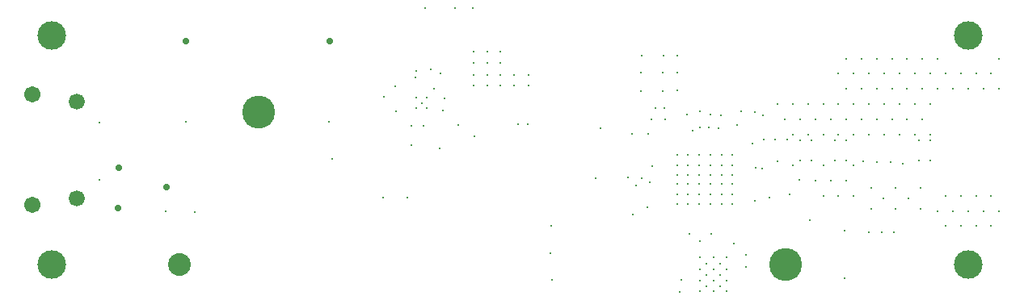
<source format=gbr>
%TF.GenerationSoftware,Altium Limited,Altium Designer,20.0.13 (296)*%
G04 Layer_Color=0*
%FSLAX45Y45*%
%MOMM*%
%TF.FileFunction,Plated,1,4,PTH,Drill*%
%TF.Part,Single*%
G01*
G75*
%TA.AperFunction,ComponentDrill*%
%ADD196C,2.39000*%
%ADD197C,3.45000*%
%ADD198C,1.71000*%
%ADD199C,1.68000*%
%TA.AperFunction,ViaDrill,NotFilled*%
%ADD200C,0.20000*%
%ADD201C,0.30000*%
%ADD202C,0.71120*%
%ADD203C,3.00000*%
D196*
X3337000Y4400000D02*
D03*
D197*
X4170000Y6000000D02*
D03*
X9690000Y4400000D02*
D03*
D198*
X1797500Y5020000D02*
D03*
Y6180000D02*
D03*
D199*
X2264500Y5090000D02*
D03*
Y6110000D02*
D03*
D200*
X6070440Y6404824D02*
D03*
X6000000Y6240000D02*
D03*
X6260000Y5860000D02*
D03*
X5770000Y5650000D02*
D03*
X11919995Y6559997D02*
D03*
X11839995Y6399997D02*
D03*
X11919995Y6239997D02*
D03*
X11839995Y5119998D02*
D03*
X11919995Y4959998D02*
D03*
X11839995Y4799998D02*
D03*
X11679995Y6399997D02*
D03*
X11759995Y6239997D02*
D03*
X11679995Y5119998D02*
D03*
X11759995Y4959998D02*
D03*
X11679995Y4799998D02*
D03*
X11519995Y6399997D02*
D03*
X11599995Y6239997D02*
D03*
X11519995Y5119998D02*
D03*
X11599995Y4959998D02*
D03*
X11519995Y4799998D02*
D03*
X11359995Y6399997D02*
D03*
X11439995Y6239997D02*
D03*
X11359995Y5119998D02*
D03*
X11439995Y4959998D02*
D03*
X11359995Y4799998D02*
D03*
X11279995Y6559997D02*
D03*
X11199995Y6399997D02*
D03*
X11279995Y6239997D02*
D03*
X11199995Y6079997D02*
D03*
Y5759998D02*
D03*
X11279995Y4959998D02*
D03*
X11119995Y6559997D02*
D03*
X11039995Y6399997D02*
D03*
X11119995Y6239997D02*
D03*
X11039995Y6079997D02*
D03*
X11119995Y5919998D02*
D03*
X11039995Y5759998D02*
D03*
X10959995Y6559997D02*
D03*
X10879996Y6399997D02*
D03*
X10959995Y6239997D02*
D03*
X10879996Y6079997D02*
D03*
X10959995Y5919998D02*
D03*
X10879996Y5759998D02*
D03*
X10799995Y6559997D02*
D03*
X10719996Y6399997D02*
D03*
X10799995Y6239997D02*
D03*
X10719996Y6079997D02*
D03*
X10799995Y5919998D02*
D03*
X10719996Y5759998D02*
D03*
X10639995Y6559997D02*
D03*
X10559996Y6399997D02*
D03*
X10639995Y6239997D02*
D03*
X10559996Y6079997D02*
D03*
X10639995Y5919998D02*
D03*
X10559996Y5759998D02*
D03*
X10479996Y6559997D02*
D03*
X10399996Y6399997D02*
D03*
X10479996Y6239997D02*
D03*
X10399996Y6079997D02*
D03*
X10479996Y5919998D02*
D03*
X10399996Y5759998D02*
D03*
Y5439998D02*
D03*
Y5119998D02*
D03*
X10319996Y6559997D02*
D03*
X10239996Y6399997D02*
D03*
X10319996Y6239997D02*
D03*
X10239996Y6079997D02*
D03*
X10319996Y5919998D02*
D03*
X10239996Y5759998D02*
D03*
X10319996Y5279998D02*
D03*
X10239996Y5119998D02*
D03*
X10079996Y6079997D02*
D03*
X10159996Y5919998D02*
D03*
X10079996Y5759998D02*
D03*
Y5439998D02*
D03*
X10159996Y5279998D02*
D03*
X10079996Y5119998D02*
D03*
X9919996Y6079997D02*
D03*
X9999996Y5919998D02*
D03*
X9919996Y5759998D02*
D03*
X9999996Y5279998D02*
D03*
X9759996Y6079997D02*
D03*
X9839996Y5919998D02*
D03*
X9759996Y5759998D02*
D03*
Y5439998D02*
D03*
X9599996Y6079997D02*
D03*
X9679996Y5919998D02*
D03*
X6410000Y7090000D02*
D03*
X5910000D02*
D03*
X6220000D02*
D03*
X3500000Y4950000D02*
D03*
X3190000Y4960000D02*
D03*
X10640000Y5470000D02*
D03*
X9700000Y5710000D02*
D03*
X9600000Y5480000D02*
D03*
X9580000Y5710000D02*
D03*
X9460000D02*
D03*
X10910000Y5460000D02*
D03*
X10790000Y5470000D02*
D03*
X10500000Y5480000D02*
D03*
X11080000Y5490000D02*
D03*
X11200000D02*
D03*
Y5700000D02*
D03*
X11080000D02*
D03*
X10200000Y5490000D02*
D03*
X10320000D02*
D03*
Y5700000D02*
D03*
X10200000D02*
D03*
X9840000D02*
D03*
X9960000D02*
D03*
Y5490000D02*
D03*
X9840000D02*
D03*
X9340000Y5670000D02*
D03*
X9517235Y5103122D02*
D03*
X8680000Y4720000D02*
D03*
X8580000Y4110000D02*
D03*
X8590000Y4240000D02*
D03*
X5970000Y6450000D02*
D03*
X5600000Y6270000D02*
D03*
X5819988Y6429987D02*
D03*
X5809988Y6359987D02*
D03*
X8910000Y4720000D02*
D03*
X8790000Y4640000D02*
D03*
X9450000Y5960000D02*
D03*
X9370000Y5410000D02*
D03*
X9439999Y5402700D02*
D03*
X9366326Y5066326D02*
D03*
X8180000Y6590000D02*
D03*
X8170000Y6220000D02*
D03*
X8550000Y6230000D02*
D03*
Y6410000D02*
D03*
Y6590000D02*
D03*
X8410000D02*
D03*
X8400000Y6220000D02*
D03*
Y6410000D02*
D03*
X9180000Y5860000D02*
D03*
X10300000Y4250000D02*
D03*
Y4750000D02*
D03*
X8980000Y5830000D02*
D03*
X8880000Y5840000D02*
D03*
X8790000D02*
D03*
X8423000Y5924000D02*
D03*
X8280000Y5920000D02*
D03*
X5770000Y5850000D02*
D03*
X5470000Y5100000D02*
D03*
X8290000Y5430000D02*
D03*
X8260000Y5260000D02*
D03*
X8034000Y5314000D02*
D03*
X8177000Y5304000D02*
D03*
X7700000Y5300000D02*
D03*
X7750000Y5830000D02*
D03*
X8710000Y5800000D02*
D03*
X8076000Y5769600D02*
D03*
X8246000D02*
D03*
X6110000Y6140000D02*
D03*
X6098000Y6016000D02*
D03*
X5890100Y5850000D02*
D03*
X4940000Y5510000D02*
D03*
X9939600Y4860000D02*
D03*
X10820000Y4740000D02*
D03*
X9140000Y4620000D02*
D03*
X8655000Y5969000D02*
D03*
X8786000Y6004600D02*
D03*
X8320000Y6040000D02*
D03*
X8170000Y6410000D02*
D03*
X9270000Y4370000D02*
D03*
Y4500000D02*
D03*
X8240000Y5000000D02*
D03*
X10560000Y4740000D02*
D03*
X10690000D02*
D03*
X9830000Y5290000D02*
D03*
X9729367Y5131407D02*
D03*
X9361000Y6001000D02*
D03*
X9222000Y6004000D02*
D03*
X9007000Y5966000D02*
D03*
X8902000Y5971000D02*
D03*
X8420000Y6040000D02*
D03*
X8123000Y5229000D02*
D03*
X8090000Y4920000D02*
D03*
X7238000Y4239000D02*
D03*
X7228000Y4804000D02*
D03*
X7225000Y4516000D02*
D03*
D201*
X5720000Y5100000D02*
D03*
X10970000Y5090000D02*
D03*
X10710000D02*
D03*
X11100000Y5200000D02*
D03*
X10580000D02*
D03*
X10836000D02*
D03*
X10840000Y4980000D02*
D03*
X11100000D02*
D03*
X10580000D02*
D03*
X8550000Y5550000D02*
D03*
Y5440000D02*
D03*
Y5340000D02*
D03*
Y5240000D02*
D03*
Y5130000D02*
D03*
X8660000Y5030000D02*
D03*
X8780000D02*
D03*
X8900000D02*
D03*
X9020000D02*
D03*
X6420000Y6280000D02*
D03*
X6560000D02*
D03*
X6700000D02*
D03*
X6840000D02*
D03*
X6990000D02*
D03*
X6420000Y6390000D02*
D03*
X6560000D02*
D03*
X6700000D02*
D03*
X6840000D02*
D03*
X6990000D02*
D03*
X6420000Y6510000D02*
D03*
X6560000D02*
D03*
X6700000D02*
D03*
Y6630000D02*
D03*
X6560000D02*
D03*
X6420000D02*
D03*
X2500000Y5890000D02*
D03*
Y5290000D02*
D03*
X8660000Y5240000D02*
D03*
X8780000D02*
D03*
X8900000D02*
D03*
X9020000D02*
D03*
X9130000D02*
D03*
Y5130000D02*
D03*
X9020000D02*
D03*
X8900000D02*
D03*
X8780000D02*
D03*
X8660000D02*
D03*
X9130000Y5030000D02*
D03*
X8550000D02*
D03*
X8660000Y5340000D02*
D03*
X8780000D02*
D03*
X8900000D02*
D03*
X9020000D02*
D03*
X9130000D02*
D03*
X8660000Y5440000D02*
D03*
X8780000D02*
D03*
X8900000D02*
D03*
X9020000D02*
D03*
X9130000D02*
D03*
Y5550000D02*
D03*
X9020000D02*
D03*
X8900000D02*
D03*
X8780000D02*
D03*
X8660000D02*
D03*
X9000000Y4170000D02*
D03*
X8860000D02*
D03*
Y4290000D02*
D03*
X9000000D02*
D03*
Y4410000D02*
D03*
X8860000D02*
D03*
X8790000Y4120000D02*
D03*
X9070000D02*
D03*
X8930000D02*
D03*
X8790000Y4230000D02*
D03*
X9070000D02*
D03*
X8930000D02*
D03*
X8790000Y4350000D02*
D03*
X9070000D02*
D03*
X8930000D02*
D03*
X9070000Y4470000D02*
D03*
X8930000D02*
D03*
X8790000D02*
D03*
X5608000Y6003000D02*
D03*
X5481000Y6155000D02*
D03*
X6060000Y5613000D02*
D03*
X6425000Y5743000D02*
D03*
X6881000Y5869000D02*
D03*
X6986000Y5871000D02*
D03*
X5872000Y6095000D02*
D03*
X5813000Y6038000D02*
D03*
X5929000Y6037000D02*
D03*
Y6152000D02*
D03*
X5816000Y6151000D02*
D03*
X4900000Y5900000D02*
D03*
X3400000D02*
D03*
D202*
Y6740000D02*
D03*
X4910000D02*
D03*
X3200000Y5210000D02*
D03*
X2690000Y4990000D02*
D03*
X2700000Y5410000D02*
D03*
D203*
X2000000Y4400000D02*
D03*
X11600000D02*
D03*
Y6800000D02*
D03*
X2000000D02*
D03*
%TF.MD5,152f9af67f06741ba74d213faf4babb7*%
M02*

</source>
